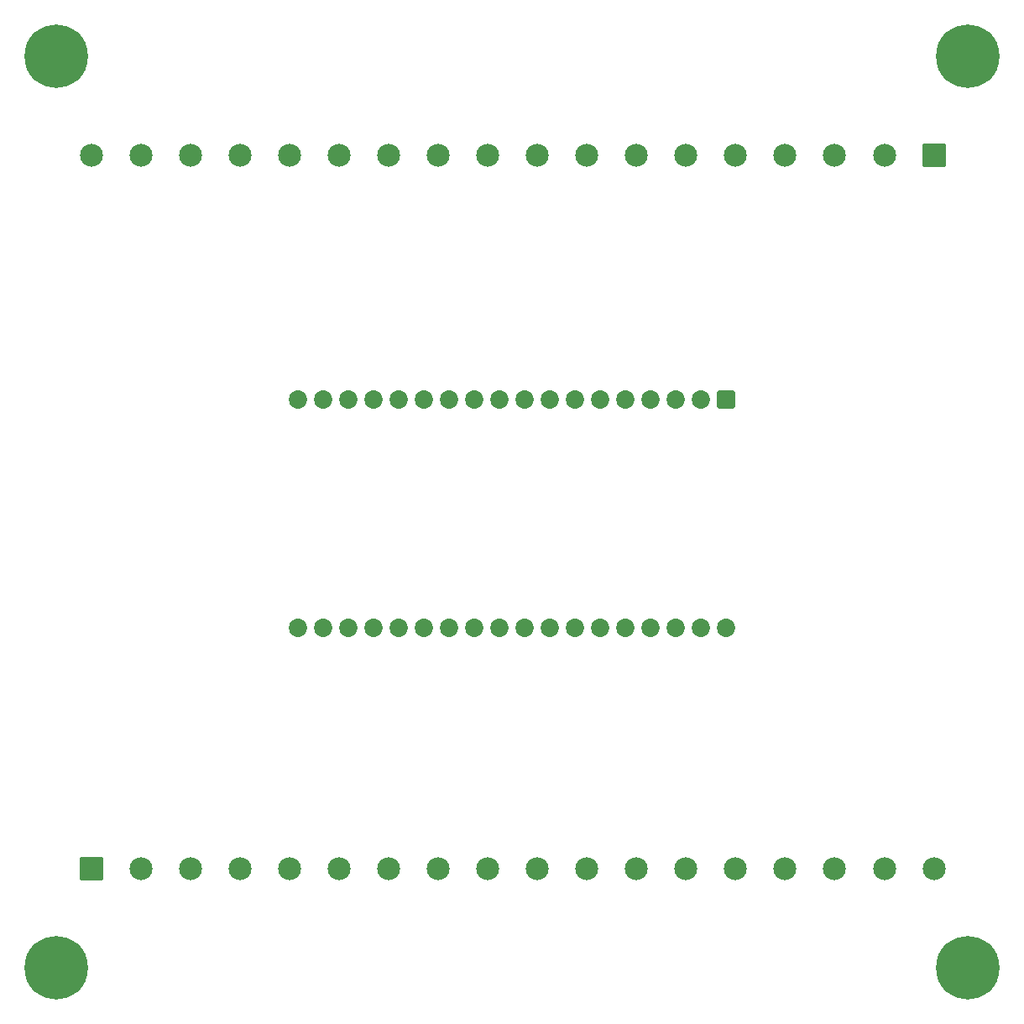
<source format=gbr>
%TF.GenerationSoftware,KiCad,Pcbnew,9.0.1*%
%TF.CreationDate,2025-05-27T14:39:04-03:00*%
%TF.ProjectId,breakout_heltec_wifi_lora_32_v3,62726561-6b6f-4757-945f-68656c746563,v0.1.0*%
%TF.SameCoordinates,Original*%
%TF.FileFunction,Soldermask,Bot*%
%TF.FilePolarity,Negative*%
%FSLAX46Y46*%
G04 Gerber Fmt 4.6, Leading zero omitted, Abs format (unit mm)*
G04 Created by KiCad (PCBNEW 9.0.1) date 2025-05-27 14:39:04*
%MOMM*%
%LPD*%
G01*
G04 APERTURE LIST*
G04 Aperture macros list*
%AMRoundRect*
0 Rectangle with rounded corners*
0 $1 Rounding radius*
0 $2 $3 $4 $5 $6 $7 $8 $9 X,Y pos of 4 corners*
0 Add a 4 corners polygon primitive as box body*
4,1,4,$2,$3,$4,$5,$6,$7,$8,$9,$2,$3,0*
0 Add four circle primitives for the rounded corners*
1,1,$1+$1,$2,$3*
1,1,$1+$1,$4,$5*
1,1,$1+$1,$6,$7*
1,1,$1+$1,$8,$9*
0 Add four rect primitives between the rounded corners*
20,1,$1+$1,$2,$3,$4,$5,0*
20,1,$1+$1,$4,$5,$6,$7,0*
20,1,$1+$1,$6,$7,$8,$9,0*
20,1,$1+$1,$8,$9,$2,$3,0*%
G04 Aperture macros list end*
%ADD10RoundRect,0.280909X-0.646091X0.646091X-0.646091X-0.646091X0.646091X-0.646091X0.646091X0.646091X0*%
%ADD11C,1.854000*%
%ADD12C,0.800000*%
%ADD13C,6.400000*%
%ADD14RoundRect,0.102000X1.050000X1.050000X-1.050000X1.050000X-1.050000X-1.050000X1.050000X-1.050000X0*%
%ADD15C,2.304000*%
%ADD16RoundRect,0.102000X-1.050000X-1.050000X1.050000X-1.050000X1.050000X1.050000X-1.050000X1.050000X0*%
G04 APERTURE END LIST*
D10*
%TO.C,U1*%
X167580000Y-83927500D03*
D11*
X165040000Y-83927500D03*
X162500000Y-83927500D03*
X159960000Y-83927500D03*
X157420000Y-83927500D03*
X154880000Y-83927500D03*
X152340000Y-83927500D03*
X149800000Y-83927500D03*
X147260000Y-83927500D03*
X144720000Y-83927500D03*
X142180000Y-83927500D03*
X139640000Y-83927500D03*
X137100000Y-83927500D03*
X134560000Y-83927500D03*
X132020000Y-83927500D03*
X129480000Y-83927500D03*
X126940000Y-83927500D03*
X124400000Y-83927500D03*
X167580000Y-106947500D03*
X165040000Y-106947500D03*
X162500000Y-106947500D03*
X159960000Y-106947500D03*
X157420000Y-106947500D03*
X154880000Y-106947500D03*
X152340000Y-106947500D03*
X149800000Y-106947500D03*
X147260000Y-106947500D03*
X144720000Y-106947500D03*
X142180000Y-106947500D03*
X139640000Y-106947500D03*
X137100000Y-106947500D03*
X134560000Y-106947500D03*
X132020000Y-106947500D03*
X129480000Y-106947500D03*
X126940000Y-106947500D03*
X124400000Y-106947500D03*
%TD*%
D12*
%TO.C,H2*%
X189580000Y-49230000D03*
X190282944Y-47532944D03*
X190282944Y-50927056D03*
X191980000Y-46830000D03*
D13*
X191980000Y-49230000D03*
D12*
X191980000Y-51630000D03*
X193677056Y-47532944D03*
X193677056Y-50927056D03*
X194380000Y-49230000D03*
%TD*%
%TO.C,H1*%
X97580000Y-49230000D03*
X98282944Y-47532944D03*
X98282944Y-50927056D03*
X99980000Y-46830000D03*
D13*
X99980000Y-49230000D03*
D12*
X99980000Y-51630000D03*
X101677056Y-47532944D03*
X101677056Y-50927056D03*
X102380000Y-49230000D03*
%TD*%
D14*
%TO.C,J2*%
X188520000Y-59230000D03*
D15*
X183520000Y-59230000D03*
X178520000Y-59230000D03*
X173520000Y-59230000D03*
X168520000Y-59230000D03*
X163520000Y-59230000D03*
X158520000Y-59230000D03*
X153520000Y-59230000D03*
X148520000Y-59230000D03*
X143520000Y-59230000D03*
X138520000Y-59230000D03*
X133520000Y-59230000D03*
X128520000Y-59230000D03*
X123520000Y-59230000D03*
X118520000Y-59230000D03*
X113520000Y-59230000D03*
X108520000Y-59230000D03*
X103520000Y-59230000D03*
%TD*%
D12*
%TO.C,H4*%
X189580000Y-141230000D03*
X190282944Y-139532944D03*
X190282944Y-142927056D03*
X191980000Y-138830000D03*
D13*
X191980000Y-141230000D03*
D12*
X191980000Y-143630000D03*
X193677056Y-139532944D03*
X193677056Y-142927056D03*
X194380000Y-141230000D03*
%TD*%
D16*
%TO.C,J3*%
X103520000Y-131230000D03*
D15*
X108520000Y-131230000D03*
X113520000Y-131230000D03*
X118520000Y-131230000D03*
X123520000Y-131230000D03*
X128520000Y-131230000D03*
X133520000Y-131230000D03*
X138520000Y-131230000D03*
X143520000Y-131230000D03*
X148520000Y-131230000D03*
X153520000Y-131230000D03*
X158520000Y-131230000D03*
X163520000Y-131230000D03*
X168520000Y-131230000D03*
X173520000Y-131230000D03*
X178520000Y-131230000D03*
X183520000Y-131230000D03*
X188520000Y-131230000D03*
%TD*%
D12*
%TO.C,H3*%
X97580000Y-141230000D03*
X98282944Y-139532944D03*
X98282944Y-142927056D03*
X99980000Y-138830000D03*
D13*
X99980000Y-141230000D03*
D12*
X99980000Y-143630000D03*
X101677056Y-139532944D03*
X101677056Y-142927056D03*
X102380000Y-141230000D03*
%TD*%
M02*

</source>
